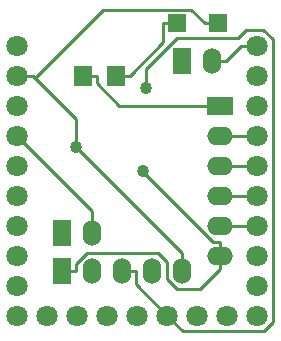
<source format=gbr>
G04 #@! TF.FileFunction,Copper,L2,Bot,Signal*
%FSLAX46Y46*%
G04 Gerber Fmt 4.6, Leading zero omitted, Abs format (unit mm)*
G04 Created by KiCad (PCBNEW 0.201505071723+5645~23~ubuntu14.04.1-product) date mar 12 mag 2015 18:09:39 CEST*
%MOMM*%
G01*
G04 APERTURE LIST*
%ADD10C,0.100000*%
%ADD11C,1.800000*%
%ADD12R,1.524000X2.199640*%
%ADD13O,1.524000X2.199640*%
%ADD14R,2.199640X1.524000*%
%ADD15O,2.199640X1.524000*%
%ADD16R,1.498600X1.498600*%
%ADD17R,1.600200X1.803400*%
%ADD18C,1.035000*%
%ADD19C,0.254000*%
G04 APERTURE END LIST*
D10*
D11*
X138430000Y-92710000D03*
X138430000Y-95250000D03*
X138430000Y-97790000D03*
X138430000Y-100330000D03*
X138430000Y-102870000D03*
X138430000Y-105410000D03*
X138430000Y-107950000D03*
X138430000Y-110490000D03*
X138430000Y-113030000D03*
X138430000Y-115570000D03*
X140970000Y-115570000D03*
X143510000Y-115570000D03*
X146050000Y-115570000D03*
X148590000Y-115570000D03*
X151130000Y-115570000D03*
X153670000Y-115570000D03*
X156210000Y-115570000D03*
X158750000Y-113030000D03*
X158750000Y-110490000D03*
X158750000Y-107950000D03*
X158750000Y-105410000D03*
X158750000Y-102870000D03*
X158750000Y-100330000D03*
X158750000Y-97790000D03*
X158750000Y-95250000D03*
X158750000Y-115570000D03*
X158750000Y-92710000D03*
D12*
X152400000Y-93980000D03*
D13*
X154940000Y-93980000D03*
D14*
X155575000Y-97790000D03*
D15*
X155575000Y-100330000D03*
X155575000Y-102870000D03*
X155575000Y-105410000D03*
X155575000Y-107950000D03*
X155575000Y-110490000D03*
D12*
X142240000Y-111760000D03*
D13*
X144780000Y-111760000D03*
X147320000Y-111760000D03*
X149860000Y-111760000D03*
X152400000Y-111760000D03*
D12*
X142240000Y-108585000D03*
D13*
X144780000Y-108585000D03*
D16*
X151922480Y-90805000D03*
X155417520Y-90805000D03*
D17*
X146812000Y-95250000D03*
X144018000Y-95250000D03*
D18*
X149100000Y-103339300D03*
X143391500Y-101295900D03*
X149313500Y-96292900D03*
D19*
X155575000Y-100330000D02*
X158750000Y-100330000D01*
X155575000Y-102870000D02*
X158750000Y-102870000D01*
X155575000Y-105410000D02*
X158750000Y-105410000D01*
X155575000Y-107950000D02*
X158750000Y-107950000D01*
X155575000Y-109346700D02*
X155015200Y-109346700D01*
X155015200Y-109346700D02*
X149100000Y-103431500D01*
X149100000Y-103431500D02*
X149100000Y-103339300D01*
X155575000Y-110490000D02*
X155575000Y-109346700D01*
X155575000Y-110490000D02*
X155575000Y-111633300D01*
X142240000Y-111760000D02*
X143383300Y-111760000D01*
X143383300Y-111760000D02*
X143383300Y-111188300D01*
X143383300Y-111188300D02*
X144324400Y-110247200D01*
X144324400Y-110247200D02*
X150372200Y-110247200D01*
X150372200Y-110247200D02*
X151130000Y-111005000D01*
X151130000Y-111005000D02*
X151130000Y-112517000D01*
X151130000Y-112517000D02*
X151908600Y-113295600D01*
X151908600Y-113295600D02*
X153912700Y-113295600D01*
X153912700Y-113295600D02*
X155575000Y-111633300D01*
X152400000Y-111760000D02*
X152400000Y-110278800D01*
X152400000Y-110278800D02*
X152374400Y-110278800D01*
X152374400Y-110278800D02*
X143391500Y-101295900D01*
X139916000Y-95426200D02*
X143391500Y-98901700D01*
X143391500Y-98901700D02*
X143391500Y-101295900D01*
X139916000Y-95426200D02*
X139739800Y-95250000D01*
X139739800Y-95250000D02*
X138430000Y-95250000D01*
X154286900Y-90805000D02*
X153156200Y-89674300D01*
X153156200Y-89674300D02*
X145667900Y-89674300D01*
X145667900Y-89674300D02*
X139916000Y-95426200D01*
X155417500Y-90805000D02*
X154286900Y-90805000D01*
X151130000Y-115570000D02*
X152471000Y-116911000D01*
X152471000Y-116911000D02*
X159275700Y-116911000D01*
X159275700Y-116911000D02*
X160061900Y-116124800D01*
X160061900Y-116124800D02*
X160061900Y-92182200D01*
X160061900Y-92182200D02*
X159267700Y-91388000D01*
X159267700Y-91388000D02*
X157785800Y-91388000D01*
X157785800Y-91388000D02*
X157139900Y-92033900D01*
X157139900Y-92033900D02*
X151945100Y-92033900D01*
X151945100Y-92033900D02*
X149313500Y-94665500D01*
X149313500Y-94665500D02*
X149313500Y-96292900D01*
X147320000Y-111760000D02*
X148463300Y-111760000D01*
X148463300Y-111760000D02*
X148463300Y-112903300D01*
X148463300Y-112903300D02*
X151130000Y-115570000D01*
X144780000Y-108585000D02*
X144780000Y-106680000D01*
X144780000Y-106680000D02*
X138430000Y-100330000D01*
X144018000Y-95250000D02*
X145199400Y-95250000D01*
X155575000Y-97790000D02*
X147074900Y-97790000D01*
X147074900Y-97790000D02*
X145199400Y-95914500D01*
X145199400Y-95914500D02*
X145199400Y-95250000D01*
X154940000Y-93980000D02*
X156083300Y-93980000D01*
X156083300Y-93980000D02*
X157353300Y-92710000D01*
X157353300Y-92710000D02*
X158750000Y-92710000D01*
X146812000Y-95250000D02*
X147993400Y-95250000D01*
X151922500Y-90805000D02*
X150791900Y-90805000D01*
X150791900Y-90805000D02*
X150791900Y-92451500D01*
X150791900Y-92451500D02*
X147993400Y-95250000D01*
M02*

</source>
